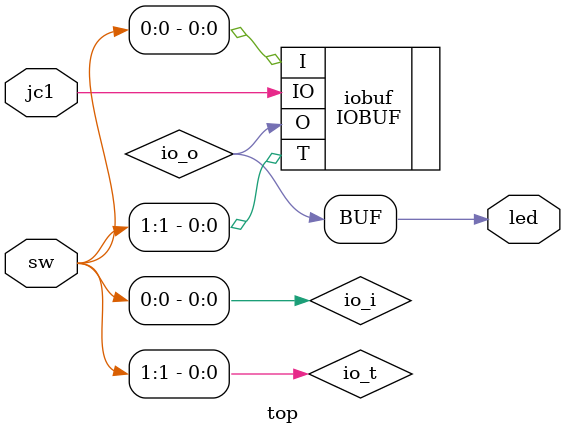
<source format=v>


module top (
    output wire led,

    input   wire [1:0] sw,
    inout   wire jc1
);

wire io_i;
wire io_o;
wire io_t;

IOBUF iobuf
(
    .I  (io_i),
    .T  (io_t),
    .O  (io_o),
    .IO (jc1)
);

// SW0 controls IOBUF.I
assign io_i = sw[0];
// SW1 controls IOBUF.T
assign io_t = sw[1];

// LED0 is connected IOBUF.O
assign led = io_o;

endmodule

</source>
